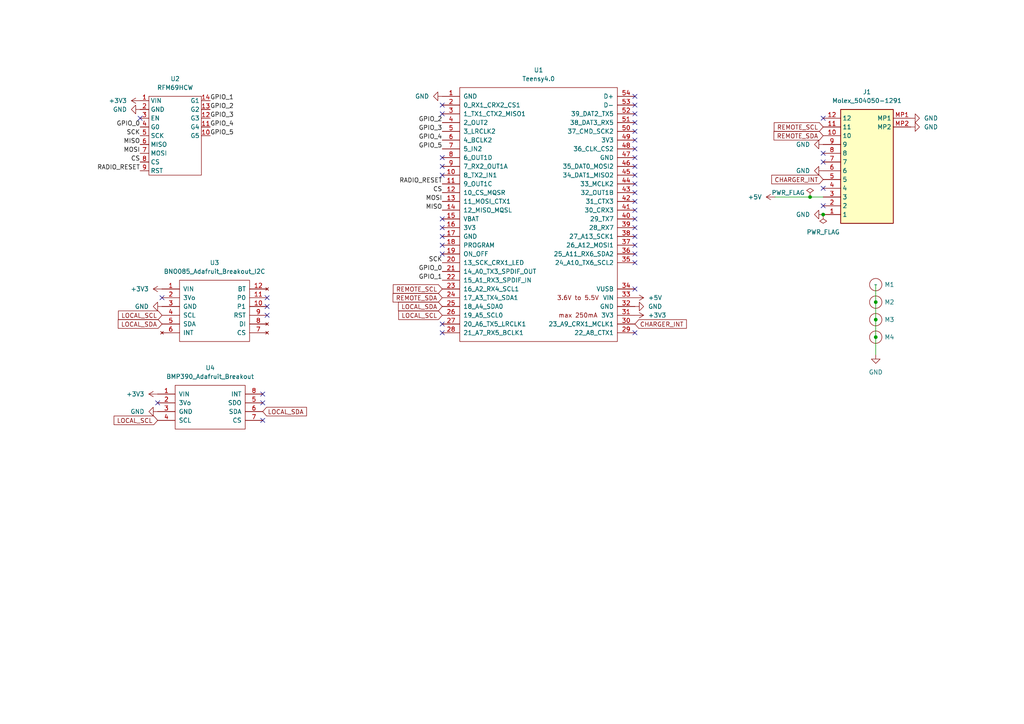
<source format=kicad_sch>
(kicad_sch (version 20230121) (generator eeschema)
  (paper "A4")
  (lib_symbols
    (symbol "Mounting Holes:Mounting_Hole_M3_ISO_7380" (in_bom no)
      (property "Reference" "M" (at 0 0 0))
      (symbol "Mounting_Hole_M3_ISO_7380_0_1"
        (circle (center 0 0) (radius 1.7961))
      )
      (symbol "Mounting_Hole_M3_ISO_7380_1_1"
        (pin passive line (at 0 0 0) (length 2.54) hide (name "Hole") (number "1"))
      )
    )
    (symbol "TVSC:BMP390_Adafruit_Breakout" (pin_names (offset 1.016))
      (property "Reference" "U" (at 0 36.83 0))
      (property "Value" "BMP390_Adafruit_Breakout" (at 0 20.32 0))
      (symbol "BMP390_Adafruit_Breakout_0_1"
        (rectangle (start -10.16 35.56) (end 10.16 22.86))
      )
      (symbol "BMP390_Adafruit_Breakout_1_0"
        (pin output line (at 15.24 30.48 180) (length 5.08) (name "SDO") (number "5"))
        (pin input line (at 15.24 27.94 180) (length 5.08) (name "SDA") (number "6"))
        (pin input line (at 15.24 25.4 180) (length 5.08) (name "CS") (number "7"))
        (pin output line (at 15.24 33.02 180) (length 5.08) (name "INT") (number "8"))
      )
      (symbol "BMP390_Adafruit_Breakout_1_1"
        (pin power_in line (at -15.24 33.02 0) (length 5.08) (name "VIN") (number "1"))
        (pin power_out line (at -15.24 30.48 0) (length 5.08) (name "3Vo") (number "2"))
        (pin power_in line (at -15.24 27.94 0) (length 5.08) (name "GND") (number "3"))
        (pin input line (at -15.24 25.4 0) (length 5.08) (name "SCL") (number "4"))
      )
    )
    (symbol "TVSC:BNO085_Adafruit_Breakout_I2C" (pin_names (offset 1.016))
      (property "Reference" "U" (at 0 39.37 0))
      (property "Value" "BNO085_Adafruit_Breakout_I2C" (at 0 16.51 0))
      (symbol "BNO085_Adafruit_Breakout_I2C_0_1"
        (rectangle (start -10.16 36.83) (end 10.16 19.05))
      )
      (symbol "BNO085_Adafruit_Breakout_I2C_1_0"
        (pin input line (at 15.24 29.21 180) (length 5.08) (name "P1") (number "10"))
        (pin input line (at 15.24 31.75 180) (length 5.08) (name "P0") (number "11"))
        (pin no_connect line (at 15.24 34.29 180) (length 5.08) (name "BT") (number "12"))
        (pin output line (at -15.24 24.13 0) (length 5.08) (name "SDA") (number "5"))
        (pin no_connect line (at -15.24 21.59 0) (length 5.08) (name "INT") (number "6"))
        (pin no_connect line (at 15.24 21.59 180) (length 5.08) (name "CS") (number "7"))
        (pin no_connect line (at 15.24 24.13 180) (length 5.08) (name "DI") (number "8"))
        (pin input line (at 15.24 26.67 180) (length 5.08) (name "RST") (number "9"))
      )
      (symbol "BNO085_Adafruit_Breakout_I2C_1_1"
        (pin power_in line (at -15.24 34.29 0) (length 5.08) (name "VIN") (number "1"))
        (pin power_out line (at -15.24 31.75 0) (length 5.08) (name "3Vo") (number "2"))
        (pin power_in line (at -15.24 29.21 0) (length 5.08) (name "GND") (number "3"))
        (pin input line (at -15.24 26.67 0) (length 5.08) (name "SCL") (number "4"))
      )
    )
    (symbol "TVSC:Molex_504050-1291"
      (property "Reference" "J" (at 21.59 7.62 0))
      (property "Value" "Molex_504050-1291" (at 21.59 5.08 0))
      (symbol "Molex_504050-1291_1_1"
        (rectangle (start 5.08 2.54) (end 20.32 -30.48) (stroke (width 0.254)) (fill (type background)))
        (pin passive line (at 0 -27.94 0) (length 5.08) (name "1") (number "1"))
        (pin passive line (at 0 -5.08 0) (length 5.08) (name "10") (number "10"))
        (pin passive line (at 0 -2.54 0) (length 5.08) (name "11") (number "11"))
        (pin passive line (at 0 0 0) (length 5.08) (name "12") (number "12"))
        (pin passive line (at 0 -25.4 0) (length 5.08) (name "2") (number "2"))
        (pin passive line (at 0 -22.86 0) (length 5.08) (name "3") (number "3"))
        (pin passive line (at 0 -20.32 0) (length 5.08) (name "4") (number "4"))
        (pin passive line (at 0 -17.78 0) (length 5.08) (name "5") (number "5"))
        (pin passive line (at 0 -15.24 0) (length 5.08) (name "6") (number "6"))
        (pin passive line (at 0 -12.7 0) (length 5.08) (name "7") (number "7"))
        (pin passive line (at 0 -10.16 0) (length 5.08) (name "8") (number "8"))
        (pin passive line (at 0 -7.62 0) (length 5.08) (name "9") (number "9"))
        (pin passive line (at 25.4 0 180) (length 5.08) (name "MP1") (number "MP1"))
        (pin passive line (at 25.4 -2.54 180) (length 5.08) (name "MP2") (number "MP2"))
      )
    )
    (symbol "TVSC:RFM69HCW_Adafruit_Breakout"
      (property "Reference" "U" (at 0 0 0))
      (property "Value" "RFM69HCW" (at 0 12.7 0))
      (symbol "RFM69HCW_Adafruit_Breakout_0_1"
        (rectangle (start -7.62 10.16) (end 7.62 -12.7))
      )
      (symbol "RFM69HCW_Adafruit_Breakout_1_1"
        (pin power_in line (at -10.16 8.89 0) (length 2.54) (name "VIN") (number "1"))
        (pin bidirectional line (at 10.16 -1.27 180) (length 2.54) (name "G5") (number "10"))
        (pin bidirectional line (at 10.16 1.27 180) (length 2.54) (name "G4") (number "11"))
        (pin bidirectional line (at 10.16 3.81 180) (length 2.54) (name "G3") (number "12"))
        (pin bidirectional line (at 10.16 6.35 180) (length 2.54) (name "G2") (number "13"))
        (pin bidirectional line (at 10.16 8.89 180) (length 2.54) (name "G1") (number "14"))
        (pin power_in line (at -10.16 6.35 0) (length 2.54) (name "GND") (number "2"))
        (pin open_collector line (at -10.16 3.81 0) (length 2.54) (name "EN") (number "3"))
        (pin bidirectional line (at -10.16 1.27 0) (length 2.54) (name "G0") (number "4"))
        (pin input line (at -10.16 -1.27 0) (length 2.54) (name "SCK") (number "5"))
        (pin output line (at -10.16 -3.81 0) (length 2.54) (name "MISO") (number "6"))
        (pin input line (at -10.16 -6.35 0) (length 2.54) (name "MOSI") (number "7"))
        (pin input line (at -10.16 -8.89 0) (length 2.54) (name "CS") (number "8"))
        (pin open_collector line (at -10.16 -11.43 0) (length 2.54) (name "RST") (number "9"))
      )
    )
    (symbol "TVSC:Teensy4.0" (pin_names (offset 1.016))
      (property "Reference" "U" (at 0 39.37 0))
      (property "Value" "Teensy4.0" (at 0 -39.37 0))
      (symbol "Teensy4.0_0_0"
        (text "3.6V to 5.5V" (at 11.43 -24.13 0) (effects (font (size 1.27 1.27))))
        (text "max 250mA" (at 11.43 -29.21 0) (effects (font (size 1.27 1.27))))
        (pin bidirectional line (at -27.94 11.43 0) (length 5.08) (name "8_TX2_IN1") (number "10"))
        (pin bidirectional line (at -27.94 8.89 0) (length 5.08) (name "9_OUT1C") (number "11"))
        (pin bidirectional line (at -27.94 6.35 0) (length 5.08) (name "10_CS_MQSR") (number "12"))
        (pin bidirectional line (at -27.94 3.81 0) (length 5.08) (name "11_MOSI_CTX1") (number "13"))
        (pin bidirectional line (at -27.94 1.27 0) (length 5.08) (name "12_MISO_MQSL") (number "14"))
        (pin power_in line (at -27.94 -1.27 0) (length 5.08) (name "VBAT") (number "15"))
        (pin power_in line (at -27.94 -3.81 0) (length 5.08) (name "3V3") (number "16"))
        (pin power_in line (at -27.94 -6.35 0) (length 5.08) (name "GND") (number "17"))
        (pin input line (at -27.94 -8.89 0) (length 5.08) (name "PROGRAM") (number "18"))
        (pin input line (at -27.94 -11.43 0) (length 5.08) (name "ON_OFF") (number "19"))
        (pin bidirectional line (at -27.94 -13.97 0) (length 5.08) (name "13_SCK_CRX1_LED") (number "20"))
        (pin bidirectional line (at -27.94 -16.51 0) (length 5.08) (name "14_A0_TX3_SPDIF_OUT") (number "21"))
        (pin bidirectional line (at -27.94 -19.05 0) (length 5.08) (name "15_A1_RX3_SPDIF_IN") (number "22"))
        (pin bidirectional line (at -27.94 -21.59 0) (length 5.08) (name "16_A2_RX4_SCL1") (number "23"))
        (pin bidirectional line (at -27.94 -24.13 0) (length 5.08) (name "17_A3_TX4_SDA1") (number "24"))
        (pin bidirectional line (at -27.94 -26.67 0) (length 5.08) (name "18_A4_SDA0") (number "25"))
        (pin bidirectional line (at -27.94 -29.21 0) (length 5.08) (name "19_A5_SCL0") (number "26"))
        (pin bidirectional line (at -27.94 -31.75 0) (length 5.08) (name "20_A6_TX5_LRCLK1") (number "27"))
        (pin bidirectional line (at -27.94 -34.29 0) (length 5.08) (name "21_A7_RX5_BCLK1") (number "28"))
        (pin bidirectional line (at 27.94 -34.29 180) (length 5.08) (name "22_A8_CTX1") (number "29"))
        (pin bidirectional line (at 27.94 -31.75 180) (length 5.08) (name "23_A9_CRX1_MCLK1") (number "30"))
        (pin power_out line (at 27.94 -29.21 180) (length 5.08) (name "3V3") (number "31"))
        (pin power_in line (at 27.94 -26.67 180) (length 5.08) (name "GND") (number "32"))
        (pin power_in line (at 27.94 -24.13 180) (length 5.08) (name "VIN") (number "33"))
        (pin power_out line (at 27.94 -21.59 180) (length 5.08) (name "VUSB") (number "34"))
        (pin bidirectional line (at 27.94 -13.97 180) (length 5.08) (name "24_A10_TX6_SCL2") (number "35"))
        (pin bidirectional line (at 27.94 -11.43 180) (length 5.08) (name "25_A11_RX6_SDA2") (number "36"))
        (pin bidirectional line (at 27.94 -8.89 180) (length 5.08) (name "26_A12_MOSI1") (number "37"))
        (pin bidirectional line (at 27.94 -6.35 180) (length 5.08) (name "27_A13_SCK1") (number "38"))
        (pin bidirectional line (at 27.94 -3.81 180) (length 5.08) (name "28_RX7") (number "39"))
        (pin bidirectional line (at 27.94 -1.27 180) (length 5.08) (name "29_TX7") (number "40"))
        (pin bidirectional line (at 27.94 1.27 180) (length 5.08) (name "30_CRX3") (number "41"))
        (pin bidirectional line (at 27.94 3.81 180) (length 5.08) (name "31_CTX3") (number "42"))
        (pin bidirectional line (at 27.94 6.35 180) (length 5.08) (name "32_OUT1B") (number "43"))
        (pin bidirectional line (at 27.94 8.89 180) (length 5.08) (name "33_MCLK2") (number "44"))
        (pin bidirectional line (at 27.94 11.43 180) (length 5.08) (name "34_DAT1_MISO2") (number "45"))
        (pin bidirectional line (at 27.94 13.97 180) (length 5.08) (name "35_DAT0_MOSI2") (number "46"))
        (pin power_out line (at 27.94 16.51 180) (length 5.08) (name "GND") (number "47"))
        (pin bidirectional line (at 27.94 19.05 180) (length 5.08) (name "36_CLK_CS2") (number "48"))
        (pin power_out line (at 27.94 21.59 180) (length 5.08) (name "3V3") (number "49"))
        (pin bidirectional line (at -27.94 24.13 0) (length 5.08) (name "3_LRCLK2") (number "5"))
        (pin bidirectional line (at 27.94 24.13 180) (length 5.08) (name "37_CMD_SCK2") (number "50"))
        (pin bidirectional line (at 27.94 26.67 180) (length 5.08) (name "38_DAT3_RX5") (number "51"))
        (pin bidirectional line (at 27.94 29.21 180) (length 5.08) (name "39_DAT2_TX5") (number "52"))
        (pin bidirectional line (at 27.94 31.75 180) (length 5.08) (name "D-") (number "53"))
        (pin bidirectional line (at 27.94 34.29 180) (length 5.08) (name "D+") (number "54"))
        (pin bidirectional line (at -27.94 21.59 0) (length 5.08) (name "4_BCLK2") (number "6"))
        (pin bidirectional line (at -27.94 19.05 0) (length 5.08) (name "5_IN2") (number "7"))
        (pin bidirectional line (at -27.94 16.51 0) (length 5.08) (name "6_OUT1D") (number "8"))
        (pin bidirectional line (at -27.94 13.97 0) (length 5.08) (name "7_RX2_OUT1A") (number "9"))
      )
      (symbol "Teensy4.0_0_1"
        (rectangle (start -22.86 36.83) (end 22.86 -36.83))
        (rectangle (start -20.32 -31.75) (end -20.32 -31.75))
      )
      (symbol "Teensy4.0_1_1"
        (pin power_in line (at -27.94 34.29 0) (length 5.08) (name "GND") (number "1"))
        (pin bidirectional line (at -27.94 31.75 0) (length 5.08) (name "0_RX1_CRX2_CS1") (number "2"))
        (pin bidirectional line (at -27.94 29.21 0) (length 5.08) (name "1_TX1_CTX2_MISO1") (number "3"))
        (pin bidirectional line (at -27.94 26.67 0) (length 5.08) (name "2_OUT2") (number "4"))
      )
    )
    (symbol "power:+3V3" (power) (pin_names (offset 0))
      (property "Value" "+3V3" (at 0 3.556 0))
      (symbol "+3V3_0_1"
        (polyline (pts (xy -0.762 1.27) (xy 0 2.54)))
        (polyline (pts (xy 0 0) (xy 0 2.54)))
        (polyline (pts (xy 0 2.54) (xy 0.762 1.27)))
      )
      (symbol "+3V3_1_1"
        (pin power_in line (at 0 0 90) (length 0) hide (name "+3V3") (number "1"))
      )
    )
    (symbol "power:+5V" (power) (pin_names (offset 0))
      (property "Value" "+5V" (at 0 3.556 0))
      (symbol "+5V_0_1"
        (polyline (pts (xy -0.762 1.27) (xy 0 2.54)))
        (polyline (pts (xy 0 0) (xy 0 2.54)))
        (polyline (pts (xy 0 2.54) (xy 0.762 1.27)))
      )
      (symbol "+5V_1_1"
        (pin power_in line (at 0 0 90) (length 0) hide (name "+5V") (number "1"))
      )
    )
    (symbol "power:GND" (power) (pin_names (offset 0))
      (property "Value" "GND" (at 0 -3.81 0))
      (symbol "GND_0_1"
        (polyline (pts (xy 0 0) (xy 0 -1.27) (xy 1.27 -1.27) (xy 0 -2.54) (xy -1.27 -1.27) (xy 0 -1.27)))
      )
      (symbol "GND_1_1"
        (pin power_in line (at 0 0 270) (length 0) hide (name "GND") (number "1"))
      )
    )
    (symbol "power:PWR_FLAG" (power) (pin_numbers hide) (pin_names (offset 0) hide)
      (property "Value" "PWR_FLAG" (at 0 3.81 0))
      (symbol "PWR_FLAG_0_0"
        (pin power_out line (at 0 0 90) (length 0) (name "pwr") (number "1"))
      )
      (symbol "PWR_FLAG_0_1"
        (polyline (pts (xy 0 0) (xy 0 1.27) (xy -1.016 1.905) (xy 0 2.54) (xy 1.016 1.905) (xy 0 1.27)))
      )
    )
  )
  (junction (at 238.76 62.23))
  (junction (at 254 97.79))
  (junction (at 254 92.71))
  (junction (at 234.95 57.15))
  (junction (at 254 87.63))
  (no_connect (at 184.15 35.56))
  (no_connect (at 184.15 45.72))
  (no_connect (at 77.47 88.9))
  (no_connect (at 128.27 93.98))
  (no_connect (at 76.2 121.92))
  (no_connect (at 184.15 40.64))
  (no_connect (at 184.15 27.94))
  (no_connect (at 77.47 91.44))
  (no_connect (at 184.15 71.12))
  (no_connect (at 238.76 46.99))
  (no_connect (at 128.27 50.8))
  (no_connect (at 184.15 83.82))
  (no_connect (at 238.76 54.61))
  (no_connect (at 184.15 43.18))
  (no_connect (at 128.27 66.04))
  (no_connect (at 46.99 86.36))
  (no_connect (at 128.27 63.5))
  (no_connect (at 184.15 60.96))
  (no_connect (at 184.15 55.88))
  (no_connect (at 77.47 86.36))
  (no_connect (at 184.15 50.8))
  (no_connect (at 184.15 73.66))
  (no_connect (at 45.72 116.84))
  (no_connect (at 184.15 48.26))
  (no_connect (at 184.15 33.02))
  (no_connect (at 184.15 66.04))
  (no_connect (at 184.15 68.58))
  (no_connect (at 76.2 116.84))
  (no_connect (at 184.15 58.42))
  (no_connect (at 184.15 30.48))
  (no_connect (at 128.27 33.02))
  (no_connect (at 128.27 48.26))
  (no_connect (at 128.27 73.66))
  (no_connect (at 238.76 44.45))
  (no_connect (at 40.64 34.29))
  (no_connect (at 184.15 38.1))
  (no_connect (at 128.27 68.58))
  (no_connect (at 184.15 63.5))
  (no_connect (at 184.15 76.2))
  (no_connect (at 238.76 59.69))
  (no_connect (at 128.27 96.52))
  (no_connect (at 184.15 96.52))
  (no_connect (at 184.15 53.34))
  (no_connect (at 128.27 30.48))
  (no_connect (at 76.2 114.3))
  (no_connect (at 238.76 34.29))
  (no_connect (at 128.27 71.12))
  (no_connect (at 128.27 45.72))
  (wire (pts (xy 254 97.79) (xy 254 102.87)))
  (wire (pts (xy 254 92.71) (xy 254 97.79)))
  (wire (pts (xy 224.79 57.15) (xy 234.95 57.15)))
  (wire (pts (xy 234.95 57.15) (xy 238.76 57.15)))
  (wire (pts (xy 254 87.63) (xy 254 92.71)))
  (wire (pts (xy 254 82.55) (xy 254 87.63)))
  (label "SCK" (at 40.64 39.37 180))
  (label "RADIO_RESET" (at 40.64 49.53 180))
  (label "MOSI" (at 40.64 44.45 180))
  (label "GPIO_1" (at 60.96 29.21 0))
  (label "GPIO_5" (at 60.96 39.37 0))
  (label "GPIO_2" (at 60.96 31.75 0))
  (label "GPIO_4" (at 60.96 36.83 0))
  (label "GPIO_2" (at 128.27 35.56 180))
  (label "GPIO_5" (at 128.27 43.18 180))
  (label "MISO" (at 128.27 60.96 180))
  (label "CS" (at 128.27 55.88 180))
  (label "GPIO_0" (at 128.27 78.74 180))
  (label "SCK" (at 128.27 76.2 180))
  (label "GPIO_4" (at 128.27 40.64 180))
  (label "MOSI" (at 128.27 58.42 180))
  (label "CS" (at 40.64 46.99 180))
  (label "GPIO_3" (at 128.27 38.1 180))
  (label "MISO" (at 40.64 41.91 180))
  (label "GPIO_3" (at 60.96 34.29 0))
  (label "RADIO_RESET" (at 128.27 53.34 180))
  (label "GPIO_1" (at 128.27 81.28 180))
  (label "GPIO_0" (at 40.64 36.83 180))
  (global_label "LOCAL_SCL" (shape input) (at 46.99 91.44 180) (property "Intersheetrefs" "${INTERSHEET_REFS}" (effects hide)))
  (global_label "LOCAL_SDA" (shape input) (at 46.99 93.98 180) (property "Intersheetrefs" "${INTERSHEET_REFS}" (effects hide)))
  (global_label "LOCAL_SCL" (shape input) (at 128.27 91.44 180) (property "Intersheetrefs" "${INTERSHEET_REFS}" (effects hide)))
  (global_label "REMOTE_SDA" (shape input) (at 128.27 86.36 180) (property "Intersheetrefs" "${INTERSHEET_REFS}" (effects hide)))
  (global_label "CHARGER_INT" (shape input) (at 184.15 93.98 0) (property "Intersheetrefs" "${INTERSHEET_REFS}" (effects hide)))
  (global_label "REMOTE_SCL" (shape input) (at 238.76 36.83 180) (property "Intersheetrefs" "${INTERSHEET_REFS}" (effects hide)))
  (global_label "LOCAL_SDA" (shape input) (at 76.2 119.38 0) (property "Intersheetrefs" "${INTERSHEET_REFS}" (effects hide)))
  (global_label "LOCAL_SCL" (shape input) (at 45.72 121.92 180) (property "Intersheetrefs" "${INTERSHEET_REFS}" (effects hide)))
  (global_label "LOCAL_SDA" (shape input) (at 128.27 88.9 180) (property "Intersheetrefs" "${INTERSHEET_REFS}" (effects hide)))
  (global_label "CHARGER_INT" (shape input) (at 238.76 52.07 180) (property "Intersheetrefs" "${INTERSHEET_REFS}" (effects hide)))
  (global_label "REMOTE_SDA" (shape input) (at 238.76 39.37 180) (property "Intersheetrefs" "${INTERSHEET_REFS}" (effects hide)))
  (global_label "REMOTE_SCL" (shape input) (at 128.27 83.82 180) (property "Intersheetrefs" "${INTERSHEET_REFS}" (effects hide)))
  (symbol (lib_id "power:GND") (at 264.16 34.29 90) (unit 1)
    (property "Reference" "#PWR0108" (effects hide))
    (property "Value" "GND" (at 267.97 34.29 90) (effects (justify right)))
  )
  (symbol (lib_id "power:GND") (at 40.64 31.75 270) (unit 1)
    (property "Reference" "#PWR0111" (effects hide))
    (property "Value" "GND" (at 36.83 31.75 90) (effects (justify right)))
  )
  (symbol (lib_id "power:GND") (at 128.27 27.94 270) (unit 1)
    (property "Reference" "#PWR0110" (effects hide))
    (property "Value" "GND" (at 124.46 27.94 90) (effects (justify right)))
  )
  (symbol (lib_id "power:+5V") (at 184.15 86.36 270) (unit 1)
    (property "Reference" "#PWR0107" (effects hide))
    (property "Value" "+5V" (at 187.96 86.36 90) (effects (justify left)))
  )
  (symbol (lib_id "TVSC:BNO085_Adafruit_Breakout_I2C") (at 62.23 118.11 0) (unit 1)
    (property "Reference" "U3" (at 62.23 76.2 0))
    (property "Value" "BNO085_Adafruit_Breakout_I2C" (at 62.23 78.74 0))
    (property "Footprint" "footprints:BNO085_Adafruit_Breakout" (effects hide))
  )
  (symbol (lib_id "power:GND") (at 46.99 88.9 270) (unit 1)
    (property "Reference" "#PWR01" (effects hide))
    (property "Value" "GND" (at 43.18 88.9 90) (effects (justify right)))
  )
  (symbol (lib_id "power:GND") (at 254 102.87 0) (unit 1)
    (property "Reference" "#PWR05" (effects hide))
    (property "Value" "GND" (at 254 107.95 0))
  )
  (symbol (lib_id "power:+3V3") (at 184.15 91.44 270) (unit 1)
    (property "Reference" "#PWR0106" (effects hide))
    (property "Value" "+3V3" (at 187.96 91.44 90) (effects (justify left)))
  )
  (symbol (lib_id "TVSC:Teensy4.0") (at 156.21 62.23 0) (unit 1)
    (property "Reference" "U1" (at 156.21 20.32 0))
    (property "Value" "Teensy4.0" (at 156.21 22.86 0))
    (property "Footprint" "footprints:Teensy40" (effects hide))
  )
  (symbol (lib_id "Mounting Holes:Mounting_Hole_M3_ISO_7380") (at 254 97.79 0) (unit 1) (in_bom no)
    (property "Reference" "M4" (at 256.54 97.79 0) (effects (justify left)))
    (property "Value" "~" (at 254 97.79 0))
    (property "Footprint" "MountingHole:MountingHole_3.2mm_M3_ISO7380_Pad_TopBottom" (effects hide))
  )
  (symbol (lib_id "power:GND") (at 45.72 119.38 270) (unit 1)
    (property "Reference" "#PWR04" (effects hide))
    (property "Value" "GND" (at 41.91 119.38 90) (effects (justify right)))
  )
  (symbol (lib_id "power:GND") (at 238.76 49.53 270) (unit 1)
    (property "Reference" "#PWR0104" (effects hide))
    (property "Value" "GND" (at 234.95 49.53 90) (effects (justify right)))
  )
  (symbol (lib_id "Mounting Holes:Mounting_Hole_M3_ISO_7380") (at 254 82.55 0) (unit 1) (in_bom no)
    (property "Reference" "M1" (at 256.54 82.55 0) (effects (justify left)))
    (property "Value" "~" (at 254 82.55 0))
    (property "Footprint" "MountingHole:MountingHole_3.2mm_M3_ISO7380_Pad_TopBottom" (effects hide))
  )
  (symbol (lib_id "power:GND") (at 238.76 41.91 270) (unit 1)
    (property "Reference" "#PWR0103" (effects hide))
    (property "Value" "GND" (at 234.95 41.91 90) (effects (justify right)))
  )
  (symbol (lib_id "power:PWR_FLAG") (at 238.76 62.23 180) (unit 1)
    (property "Reference" "#FLG0102" (effects hide))
    (property "Value" "PWR_FLAG" (at 238.76 67.31 0))
  )
  (symbol (lib_id "TVSC:BMP390_Adafruit_Breakout") (at 60.96 147.32 0) (unit 1)
    (property "Reference" "U4" (at 60.96 106.68 0))
    (property "Value" "BMP390_Adafruit_Breakout" (at 60.96 109.22 0))
    (property "Footprint" "footprints:BMP390_Adafruit_Breakout" (effects hide))
  )
  (symbol (lib_id "power:PWR_FLAG") (at 234.95 57.15 0) (unit 1)
    (property "Reference" "#FLG0101" (effects hide))
    (property "Value" "PWR_FLAG" (at 228.6 55.88 0))
  )
  (symbol (lib_id "power:+3V3") (at 40.64 29.21 90) (unit 1)
    (property "Reference" "#PWR0112" (effects hide))
    (property "Value" "+3V3" (at 36.83 29.21 90) (effects (justify left)))
  )
  (symbol (lib_id "power:GND") (at 238.76 62.23 270) (unit 1)
    (property "Reference" "#PWR0101" (effects hide))
    (property "Value" "GND" (at 234.95 62.23 90) (effects (justify right)))
  )
  (symbol (lib_id "Mounting Holes:Mounting_Hole_M3_ISO_7380") (at 254 92.71 0) (unit 1) (in_bom no)
    (property "Reference" "M3" (at 256.54 92.71 0) (effects (justify left)))
    (property "Value" "~" (at 254 92.71 0))
    (property "Footprint" "MountingHole:MountingHole_3.2mm_M3_ISO7380_Pad_TopBottom" (effects hide))
  )
  (symbol (lib_id "power:GND") (at 184.15 88.9 90) (unit 1)
    (property "Reference" "#PWR0105" (effects hide))
    (property "Value" "GND" (at 187.96 88.9 90) (effects (justify right)))
  )
  (symbol (lib_id "TVSC:RFM69HCW_Adafruit_Breakout") (at 50.8 38.1 0) (unit 1)
    (property "Reference" "U2" (at 50.8 22.86 0))
    (property "Value" "RFM69HCW" (at 50.8 25.4 0))
    (property "Footprint" "footprints:RFM69HCW_Adafruit_Breakout" (effects hide))
    (property "Datasheet" "https://learn.adafruit.com/adafruit-rfm69hcw-and-rfm96-rfm95-rfm98-lora-packet-padio-breakouts/overview" (effects hide))
  )
  (symbol (lib_id "power:GND") (at 264.16 36.83 90) (unit 1)
    (property "Reference" "#PWR0109" (effects hide))
    (property "Value" "GND" (at 267.97 36.83 90) (effects (justify right)))
  )
  (symbol (lib_id "TVSC:Molex_504050-1291") (at 238.76 34.29 0) (unit 1)
    (property "Reference" "J1" (at 251.46 26.67 0))
    (property "Value" "Molex_504050-1291" (at 251.46 29.21 0))
    (property "Footprint" "5040501291" (effects hide))
    (property "Height" "2.15" (effects hide))
    (property "Manufacturer_Name" "Molex" (effects hide))
    (property "Manufacturer_Part_Number" "504050-1291" (effects hide))
    (property "Mouser Part Number" "538-504050-1291" (effects hide))
    (property "Mouser Price/Stock" "https://www.mouser.co.uk/ProductDetail/Molex/504050-1291?qs=IvkZ4pJZlB2rki3iIhyJgg%3D%3D" (effects hide))
  )
  (symbol (lib_id "Mounting Holes:Mounting_Hole_M3_ISO_7380") (at 254 87.63 0) (unit 1) (in_bom no)
    (property "Reference" "M2" (at 256.54 87.63 0) (effects (justify left)))
    (property "Value" "~" (at 254 87.63 0))
    (property "Footprint" "MountingHole:MountingHole_3.2mm_M3_ISO7380_Pad_TopBottom" (effects hide))
  )
  (symbol (lib_id "power:+3V3") (at 46.99 83.82 90) (unit 1)
    (property "Reference" "#PWR02" (effects hide))
    (property "Value" "+3V3" (at 43.18 83.82 90) (effects (justify left)))
  )
  (symbol (lib_id "power:+5V") (at 224.79 57.15 90) (unit 1)
    (property "Reference" "#PWR0102" (effects hide))
    (property "Value" "+5V" (at 220.98 57.15 90) (effects (justify left)))
  )
  (symbol (lib_id "power:+3V3") (at 45.72 114.3 90) (unit 1)
    (property "Reference" "#PWR03" (effects hide))
    (property "Value" "+3V3" (at 41.91 114.3 90) (effects (justify left)))
  )
)
</source>
